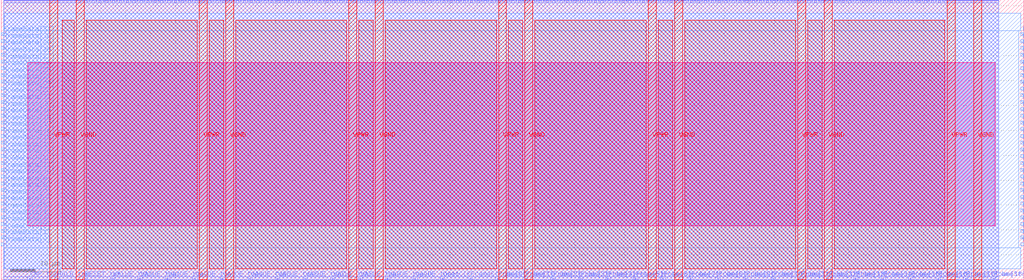
<source format=lef>
VERSION 5.7 ;
  NOWIREEXTENSIONATPIN ON ;
  DIVIDERCHAR "/" ;
  BUSBITCHARS "[]" ;
MACRO S_EF_ADC12
  CLASS BLOCK ;
  FOREIGN S_EF_ADC12 ;
  ORIGIN 0.000 0.000 ;
  SIZE 205.000 BY 56.250 ;
  PIN CMP_top
    DIRECTION INPUT ;
    USE SIGNAL ;
    ANTENNAGATEAREA 0.196500 ;
    PORT
      LAYER met2 ;
        RECT 5.610 0.000 5.890 0.280 ;
    END
  END CMP_top
  PIN Co
    DIRECTION OUTPUT ;
    USE SIGNAL ;
    PORT
      LAYER met2 ;
        RECT 87.950 55.970 88.230 56.250 ;
    END
  END Co
  PIN FrameData[0]
    DIRECTION INPUT ;
    USE SIGNAL ;
    ANTENNAGATEAREA 0.213000 ;
    PORT
      LAYER met3 ;
        RECT 0.000 6.840 0.600 7.440 ;
    END
  END FrameData[0]
  PIN FrameData[10]
    DIRECTION INPUT ;
    USE SIGNAL ;
    ANTENNAGATEAREA 0.196500 ;
    PORT
      LAYER met3 ;
        RECT 0.000 20.440 0.600 21.040 ;
    END
  END FrameData[10]
  PIN FrameData[11]
    DIRECTION INPUT ;
    USE SIGNAL ;
    ANTENNAGATEAREA 0.196500 ;
    PORT
      LAYER met3 ;
        RECT 0.000 21.800 0.600 22.400 ;
    END
  END FrameData[11]
  PIN FrameData[12]
    DIRECTION INPUT ;
    USE SIGNAL ;
    ANTENNAGATEAREA 0.196500 ;
    PORT
      LAYER met3 ;
        RECT 0.000 23.160 0.600 23.760 ;
    END
  END FrameData[12]
  PIN FrameData[13]
    DIRECTION INPUT ;
    USE SIGNAL ;
    ANTENNAGATEAREA 0.196500 ;
    PORT
      LAYER met3 ;
        RECT 0.000 24.520 0.600 25.120 ;
    END
  END FrameData[13]
  PIN FrameData[14]
    DIRECTION INPUT ;
    USE SIGNAL ;
    ANTENNAGATEAREA 0.196500 ;
    PORT
      LAYER met3 ;
        RECT 0.000 25.880 0.600 26.480 ;
    END
  END FrameData[14]
  PIN FrameData[15]
    DIRECTION INPUT ;
    USE SIGNAL ;
    ANTENNAGATEAREA 0.196500 ;
    PORT
      LAYER met3 ;
        RECT 0.000 27.240 0.600 27.840 ;
    END
  END FrameData[15]
  PIN FrameData[16]
    DIRECTION INPUT ;
    USE SIGNAL ;
    ANTENNAGATEAREA 0.196500 ;
    PORT
      LAYER met3 ;
        RECT 0.000 28.600 0.600 29.200 ;
    END
  END FrameData[16]
  PIN FrameData[17]
    DIRECTION INPUT ;
    USE SIGNAL ;
    ANTENNAGATEAREA 0.213000 ;
    PORT
      LAYER met3 ;
        RECT 0.000 29.960 0.600 30.560 ;
    END
  END FrameData[17]
  PIN FrameData[18]
    DIRECTION INPUT ;
    USE SIGNAL ;
    ANTENNAGATEAREA 0.196500 ;
    PORT
      LAYER met3 ;
        RECT 0.000 31.320 0.600 31.920 ;
    END
  END FrameData[18]
  PIN FrameData[19]
    DIRECTION INPUT ;
    USE SIGNAL ;
    ANTENNAGATEAREA 0.196500 ;
    PORT
      LAYER met3 ;
        RECT 0.000 32.680 0.600 33.280 ;
    END
  END FrameData[19]
  PIN FrameData[1]
    DIRECTION INPUT ;
    USE SIGNAL ;
    ANTENNAGATEAREA 0.213000 ;
    PORT
      LAYER met3 ;
        RECT 0.000 8.200 0.600 8.800 ;
    END
  END FrameData[1]
  PIN FrameData[20]
    DIRECTION INPUT ;
    USE SIGNAL ;
    ANTENNAGATEAREA 0.213000 ;
    PORT
      LAYER met3 ;
        RECT 0.000 34.040 0.600 34.640 ;
    END
  END FrameData[20]
  PIN FrameData[21]
    DIRECTION INPUT ;
    USE SIGNAL ;
    ANTENNAGATEAREA 0.213000 ;
    PORT
      LAYER met3 ;
        RECT 0.000 35.400 0.600 36.000 ;
    END
  END FrameData[21]
  PIN FrameData[22]
    DIRECTION INPUT ;
    USE SIGNAL ;
    ANTENNAGATEAREA 0.126000 ;
    PORT
      LAYER met3 ;
        RECT 0.000 36.760 0.600 37.360 ;
    END
  END FrameData[22]
  PIN FrameData[23]
    DIRECTION INPUT ;
    USE SIGNAL ;
    ANTENNAGATEAREA 0.126000 ;
    PORT
      LAYER met3 ;
        RECT 0.000 38.120 0.600 38.720 ;
    END
  END FrameData[23]
  PIN FrameData[24]
    DIRECTION INPUT ;
    USE SIGNAL ;
    ANTENNAGATEAREA 0.126000 ;
    PORT
      LAYER met3 ;
        RECT 0.000 39.480 0.600 40.080 ;
    END
  END FrameData[24]
  PIN FrameData[25]
    DIRECTION INPUT ;
    USE SIGNAL ;
    ANTENNAGATEAREA 0.126000 ;
    PORT
      LAYER met3 ;
        RECT 0.000 40.840 0.600 41.440 ;
    END
  END FrameData[25]
  PIN FrameData[26]
    DIRECTION INPUT ;
    USE SIGNAL ;
    ANTENNAGATEAREA 0.213000 ;
    PORT
      LAYER met3 ;
        RECT 0.000 42.200 0.600 42.800 ;
    END
  END FrameData[26]
  PIN FrameData[27]
    DIRECTION INPUT ;
    USE SIGNAL ;
    ANTENNAGATEAREA 0.213000 ;
    PORT
      LAYER met3 ;
        RECT 0.000 43.560 0.600 44.160 ;
    END
  END FrameData[27]
  PIN FrameData[28]
    DIRECTION INPUT ;
    USE SIGNAL ;
    ANTENNAGATEAREA 0.213000 ;
    PORT
      LAYER met3 ;
        RECT 0.000 44.920 0.600 45.520 ;
    END
  END FrameData[28]
  PIN FrameData[29]
    DIRECTION INPUT ;
    USE SIGNAL ;
    ANTENNAGATEAREA 0.213000 ;
    PORT
      LAYER met3 ;
        RECT 0.000 46.280 0.600 46.880 ;
    END
  END FrameData[29]
  PIN FrameData[2]
    DIRECTION INPUT ;
    USE SIGNAL ;
    ANTENNAGATEAREA 0.196500 ;
    PORT
      LAYER met3 ;
        RECT 0.000 9.560 0.600 10.160 ;
    END
  END FrameData[2]
  PIN FrameData[30]
    DIRECTION INPUT ;
    USE SIGNAL ;
    ANTENNAGATEAREA 0.213000 ;
    PORT
      LAYER met3 ;
        RECT 0.000 47.640 0.600 48.240 ;
    END
  END FrameData[30]
  PIN FrameData[31]
    DIRECTION INPUT ;
    USE SIGNAL ;
    ANTENNAGATEAREA 0.213000 ;
    PORT
      LAYER met3 ;
        RECT 0.000 49.000 0.600 49.600 ;
    END
  END FrameData[31]
  PIN FrameData[3]
    DIRECTION INPUT ;
    USE SIGNAL ;
    ANTENNAGATEAREA 0.196500 ;
    PORT
      LAYER met3 ;
        RECT 0.000 10.920 0.600 11.520 ;
    END
  END FrameData[3]
  PIN FrameData[4]
    DIRECTION INPUT ;
    USE SIGNAL ;
    ANTENNAGATEAREA 0.196500 ;
    PORT
      LAYER met3 ;
        RECT 0.000 12.280 0.600 12.880 ;
    END
  END FrameData[4]
  PIN FrameData[5]
    DIRECTION INPUT ;
    USE SIGNAL ;
    ANTENNAGATEAREA 0.196500 ;
    PORT
      LAYER met3 ;
        RECT 0.000 13.640 0.600 14.240 ;
    END
  END FrameData[5]
  PIN FrameData[6]
    DIRECTION INPUT ;
    USE SIGNAL ;
    ANTENNAGATEAREA 0.196500 ;
    PORT
      LAYER met3 ;
        RECT 0.000 15.000 0.600 15.600 ;
    END
  END FrameData[6]
  PIN FrameData[7]
    DIRECTION INPUT ;
    USE SIGNAL ;
    ANTENNAGATEAREA 0.196500 ;
    PORT
      LAYER met3 ;
        RECT 0.000 16.360 0.600 16.960 ;
    END
  END FrameData[7]
  PIN FrameData[8]
    DIRECTION INPUT ;
    USE SIGNAL ;
    ANTENNAGATEAREA 0.213000 ;
    PORT
      LAYER met3 ;
        RECT 0.000 17.720 0.600 18.320 ;
    END
  END FrameData[8]
  PIN FrameData[9]
    DIRECTION INPUT ;
    USE SIGNAL ;
    ANTENNAGATEAREA 0.126000 ;
    PORT
      LAYER met3 ;
        RECT 0.000 19.080 0.600 19.680 ;
    END
  END FrameData[9]
  PIN FrameData_O[0]
    DIRECTION OUTPUT ;
    USE SIGNAL ;
    ANTENNADIFFAREA 0.445500 ;
    PORT
      LAYER met3 ;
        RECT 204.400 6.840 205.000 7.440 ;
    END
  END FrameData_O[0]
  PIN FrameData_O[10]
    DIRECTION OUTPUT ;
    USE SIGNAL ;
    ANTENNADIFFAREA 0.445500 ;
    PORT
      LAYER met3 ;
        RECT 204.400 20.440 205.000 21.040 ;
    END
  END FrameData_O[10]
  PIN FrameData_O[11]
    DIRECTION OUTPUT ;
    USE SIGNAL ;
    ANTENNADIFFAREA 0.445500 ;
    PORT
      LAYER met3 ;
        RECT 204.400 21.800 205.000 22.400 ;
    END
  END FrameData_O[11]
  PIN FrameData_O[12]
    DIRECTION OUTPUT ;
    USE SIGNAL ;
    ANTENNADIFFAREA 0.445500 ;
    PORT
      LAYER met3 ;
        RECT 204.400 23.160 205.000 23.760 ;
    END
  END FrameData_O[12]
  PIN FrameData_O[13]
    DIRECTION OUTPUT ;
    USE SIGNAL ;
    ANTENNADIFFAREA 0.445500 ;
    PORT
      LAYER met3 ;
        RECT 204.400 24.520 205.000 25.120 ;
    END
  END FrameData_O[13]
  PIN FrameData_O[14]
    DIRECTION OUTPUT ;
    USE SIGNAL ;
    ANTENNADIFFAREA 0.445500 ;
    PORT
      LAYER met3 ;
        RECT 204.400 25.880 205.000 26.480 ;
    END
  END FrameData_O[14]
  PIN FrameData_O[15]
    DIRECTION OUTPUT ;
    USE SIGNAL ;
    ANTENNADIFFAREA 0.445500 ;
    PORT
      LAYER met3 ;
        RECT 204.400 27.240 205.000 27.840 ;
    END
  END FrameData_O[15]
  PIN FrameData_O[16]
    DIRECTION OUTPUT ;
    USE SIGNAL ;
    ANTENNADIFFAREA 0.445500 ;
    PORT
      LAYER met3 ;
        RECT 204.400 28.600 205.000 29.200 ;
    END
  END FrameData_O[16]
  PIN FrameData_O[17]
    DIRECTION OUTPUT ;
    USE SIGNAL ;
    ANTENNADIFFAREA 0.445500 ;
    PORT
      LAYER met3 ;
        RECT 204.400 29.960 205.000 30.560 ;
    END
  END FrameData_O[17]
  PIN FrameData_O[18]
    DIRECTION OUTPUT ;
    USE SIGNAL ;
    ANTENNADIFFAREA 0.445500 ;
    PORT
      LAYER met3 ;
        RECT 204.400 31.320 205.000 31.920 ;
    END
  END FrameData_O[18]
  PIN FrameData_O[19]
    DIRECTION OUTPUT ;
    USE SIGNAL ;
    ANTENNADIFFAREA 0.445500 ;
    PORT
      LAYER met3 ;
        RECT 204.400 32.680 205.000 33.280 ;
    END
  END FrameData_O[19]
  PIN FrameData_O[1]
    DIRECTION OUTPUT ;
    USE SIGNAL ;
    ANTENNADIFFAREA 0.445500 ;
    PORT
      LAYER met3 ;
        RECT 204.400 8.200 205.000 8.800 ;
    END
  END FrameData_O[1]
  PIN FrameData_O[20]
    DIRECTION OUTPUT ;
    USE SIGNAL ;
    ANTENNADIFFAREA 0.445500 ;
    PORT
      LAYER met3 ;
        RECT 204.400 34.040 205.000 34.640 ;
    END
  END FrameData_O[20]
  PIN FrameData_O[21]
    DIRECTION OUTPUT ;
    USE SIGNAL ;
    ANTENNADIFFAREA 0.445500 ;
    PORT
      LAYER met3 ;
        RECT 204.400 35.400 205.000 36.000 ;
    END
  END FrameData_O[21]
  PIN FrameData_O[22]
    DIRECTION OUTPUT ;
    USE SIGNAL ;
    ANTENNADIFFAREA 0.445500 ;
    PORT
      LAYER met3 ;
        RECT 204.400 36.760 205.000 37.360 ;
    END
  END FrameData_O[22]
  PIN FrameData_O[23]
    DIRECTION OUTPUT ;
    USE SIGNAL ;
    ANTENNADIFFAREA 0.445500 ;
    PORT
      LAYER met3 ;
        RECT 204.400 38.120 205.000 38.720 ;
    END
  END FrameData_O[23]
  PIN FrameData_O[24]
    DIRECTION OUTPUT ;
    USE SIGNAL ;
    ANTENNADIFFAREA 0.445500 ;
    PORT
      LAYER met3 ;
        RECT 204.400 39.480 205.000 40.080 ;
    END
  END FrameData_O[24]
  PIN FrameData_O[25]
    DIRECTION OUTPUT ;
    USE SIGNAL ;
    ANTENNADIFFAREA 0.445500 ;
    PORT
      LAYER met3 ;
        RECT 204.400 40.840 205.000 41.440 ;
    END
  END FrameData_O[25]
  PIN FrameData_O[26]
    DIRECTION OUTPUT ;
    USE SIGNAL ;
    ANTENNADIFFAREA 0.445500 ;
    PORT
      LAYER met3 ;
        RECT 204.400 42.200 205.000 42.800 ;
    END
  END FrameData_O[26]
  PIN FrameData_O[27]
    DIRECTION OUTPUT ;
    USE SIGNAL ;
    ANTENNADIFFAREA 0.445500 ;
    PORT
      LAYER met3 ;
        RECT 204.400 43.560 205.000 44.160 ;
    END
  END FrameData_O[27]
  PIN FrameData_O[28]
    DIRECTION OUTPUT ;
    USE SIGNAL ;
    ANTENNADIFFAREA 0.445500 ;
    PORT
      LAYER met3 ;
        RECT 204.400 44.920 205.000 45.520 ;
    END
  END FrameData_O[28]
  PIN FrameData_O[29]
    DIRECTION OUTPUT ;
    USE SIGNAL ;
    ANTENNADIFFAREA 0.445500 ;
    PORT
      LAYER met3 ;
        RECT 204.400 46.280 205.000 46.880 ;
    END
  END FrameData_O[29]
  PIN FrameData_O[2]
    DIRECTION OUTPUT ;
    USE SIGNAL ;
    ANTENNADIFFAREA 0.445500 ;
    PORT
      LAYER met3 ;
        RECT 204.400 9.560 205.000 10.160 ;
    END
  END FrameData_O[2]
  PIN FrameData_O[30]
    DIRECTION OUTPUT ;
    USE SIGNAL ;
    ANTENNADIFFAREA 0.445500 ;
    PORT
      LAYER met3 ;
        RECT 204.400 47.640 205.000 48.240 ;
    END
  END FrameData_O[30]
  PIN FrameData_O[31]
    DIRECTION OUTPUT ;
    USE SIGNAL ;
    ANTENNADIFFAREA 0.445500 ;
    PORT
      LAYER met3 ;
        RECT 204.400 49.000 205.000 49.600 ;
    END
  END FrameData_O[31]
  PIN FrameData_O[3]
    DIRECTION OUTPUT ;
    USE SIGNAL ;
    ANTENNADIFFAREA 0.445500 ;
    PORT
      LAYER met3 ;
        RECT 204.400 10.920 205.000 11.520 ;
    END
  END FrameData_O[3]
  PIN FrameData_O[4]
    DIRECTION OUTPUT ;
    USE SIGNAL ;
    ANTENNADIFFAREA 0.445500 ;
    PORT
      LAYER met3 ;
        RECT 204.400 12.280 205.000 12.880 ;
    END
  END FrameData_O[4]
  PIN FrameData_O[5]
    DIRECTION OUTPUT ;
    USE SIGNAL ;
    ANTENNADIFFAREA 0.445500 ;
    PORT
      LAYER met3 ;
        RECT 204.400 13.640 205.000 14.240 ;
    END
  END FrameData_O[5]
  PIN FrameData_O[6]
    DIRECTION OUTPUT ;
    USE SIGNAL ;
    ANTENNADIFFAREA 0.445500 ;
    PORT
      LAYER met3 ;
        RECT 204.400 15.000 205.000 15.600 ;
    END
  END FrameData_O[6]
  PIN FrameData_O[7]
    DIRECTION OUTPUT ;
    USE SIGNAL ;
    ANTENNADIFFAREA 0.445500 ;
    PORT
      LAYER met3 ;
        RECT 204.400 16.360 205.000 16.960 ;
    END
  END FrameData_O[7]
  PIN FrameData_O[8]
    DIRECTION OUTPUT ;
    USE SIGNAL ;
    ANTENNADIFFAREA 0.445500 ;
    PORT
      LAYER met3 ;
        RECT 204.400 17.720 205.000 18.320 ;
    END
  END FrameData_O[8]
  PIN FrameData_O[9]
    DIRECTION OUTPUT ;
    USE SIGNAL ;
    ANTENNADIFFAREA 0.445500 ;
    PORT
      LAYER met3 ;
        RECT 204.400 19.080 205.000 19.680 ;
    END
  END FrameData_O[9]
  PIN FrameStrobe[0]
    DIRECTION INPUT ;
    USE SIGNAL ;
    ANTENNAGATEAREA 0.568500 ;
    PORT
      LAYER met2 ;
        RECT 93.930 0.000 94.210 0.280 ;
    END
  END FrameStrobe[0]
  PIN FrameStrobe[10]
    DIRECTION INPUT ;
    USE SIGNAL ;
    ANTENNAGATEAREA 0.196500 ;
    PORT
      LAYER met2 ;
        RECT 149.130 0.000 149.410 0.280 ;
    END
  END FrameStrobe[10]
  PIN FrameStrobe[11]
    DIRECTION INPUT ;
    USE SIGNAL ;
    ANTENNAGATEAREA 0.196500 ;
    PORT
      LAYER met2 ;
        RECT 154.650 0.000 154.930 0.280 ;
    END
  END FrameStrobe[11]
  PIN FrameStrobe[12]
    DIRECTION INPUT ;
    USE SIGNAL ;
    ANTENNAGATEAREA 0.196500 ;
    PORT
      LAYER met2 ;
        RECT 160.170 0.000 160.450 0.280 ;
    END
  END FrameStrobe[12]
  PIN FrameStrobe[13]
    DIRECTION INPUT ;
    USE SIGNAL ;
    ANTENNAGATEAREA 0.196500 ;
    PORT
      LAYER met2 ;
        RECT 165.690 0.000 165.970 0.280 ;
    END
  END FrameStrobe[13]
  PIN FrameStrobe[14]
    DIRECTION INPUT ;
    USE SIGNAL ;
    ANTENNAGATEAREA 0.196500 ;
    PORT
      LAYER met2 ;
        RECT 171.210 0.000 171.490 0.280 ;
    END
  END FrameStrobe[14]
  PIN FrameStrobe[15]
    DIRECTION INPUT ;
    USE SIGNAL ;
    ANTENNAGATEAREA 0.196500 ;
    PORT
      LAYER met2 ;
        RECT 176.730 0.000 177.010 0.280 ;
    END
  END FrameStrobe[15]
  PIN FrameStrobe[16]
    DIRECTION INPUT ;
    USE SIGNAL ;
    ANTENNAGATEAREA 0.196500 ;
    PORT
      LAYER met2 ;
        RECT 182.250 0.000 182.530 0.280 ;
    END
  END FrameStrobe[16]
  PIN FrameStrobe[17]
    DIRECTION INPUT ;
    USE SIGNAL ;
    ANTENNAGATEAREA 0.196500 ;
    PORT
      LAYER met2 ;
        RECT 187.770 0.000 188.050 0.280 ;
    END
  END FrameStrobe[17]
  PIN FrameStrobe[18]
    DIRECTION INPUT ;
    USE SIGNAL ;
    ANTENNAGATEAREA 0.196500 ;
    PORT
      LAYER met2 ;
        RECT 193.290 0.000 193.570 0.280 ;
    END
  END FrameStrobe[18]
  PIN FrameStrobe[19]
    DIRECTION INPUT ;
    USE SIGNAL ;
    ANTENNAGATEAREA 0.196500 ;
    PORT
      LAYER met2 ;
        RECT 198.810 0.000 199.090 0.280 ;
    END
  END FrameStrobe[19]
  PIN FrameStrobe[1]
    DIRECTION INPUT ;
    USE SIGNAL ;
    ANTENNAGATEAREA 0.196500 ;
    PORT
      LAYER met2 ;
        RECT 99.450 0.000 99.730 0.280 ;
    END
  END FrameStrobe[1]
  PIN FrameStrobe[2]
    DIRECTION INPUT ;
    USE SIGNAL ;
    ANTENNAGATEAREA 0.196500 ;
    PORT
      LAYER met2 ;
        RECT 104.970 0.000 105.250 0.280 ;
    END
  END FrameStrobe[2]
  PIN FrameStrobe[3]
    DIRECTION INPUT ;
    USE SIGNAL ;
    ANTENNAGATEAREA 0.196500 ;
    PORT
      LAYER met2 ;
        RECT 110.490 0.000 110.770 0.280 ;
    END
  END FrameStrobe[3]
  PIN FrameStrobe[4]
    DIRECTION INPUT ;
    USE SIGNAL ;
    ANTENNAGATEAREA 0.196500 ;
    PORT
      LAYER met2 ;
        RECT 116.010 0.000 116.290 0.280 ;
    END
  END FrameStrobe[4]
  PIN FrameStrobe[5]
    DIRECTION INPUT ;
    USE SIGNAL ;
    ANTENNAGATEAREA 0.196500 ;
    PORT
      LAYER met2 ;
        RECT 121.530 0.000 121.810 0.280 ;
    END
  END FrameStrobe[5]
  PIN FrameStrobe[6]
    DIRECTION INPUT ;
    USE SIGNAL ;
    ANTENNAGATEAREA 0.196500 ;
    PORT
      LAYER met2 ;
        RECT 127.050 0.000 127.330 0.280 ;
    END
  END FrameStrobe[6]
  PIN FrameStrobe[7]
    DIRECTION INPUT ;
    USE SIGNAL ;
    ANTENNAGATEAREA 0.196500 ;
    PORT
      LAYER met2 ;
        RECT 132.570 0.000 132.850 0.280 ;
    END
  END FrameStrobe[7]
  PIN FrameStrobe[8]
    DIRECTION INPUT ;
    USE SIGNAL ;
    ANTENNAGATEAREA 0.196500 ;
    PORT
      LAYER met2 ;
        RECT 138.090 0.000 138.370 0.280 ;
    END
  END FrameStrobe[8]
  PIN FrameStrobe[9]
    DIRECTION INPUT ;
    USE SIGNAL ;
    ANTENNAGATEAREA 0.631200 ;
    ANTENNADIFFAREA 0.434700 ;
    PORT
      LAYER met2 ;
        RECT 143.610 0.000 143.890 0.280 ;
    END
  END FrameStrobe[9]
  PIN FrameStrobe_O[0]
    DIRECTION OUTPUT ;
    USE SIGNAL ;
    ANTENNADIFFAREA 0.445500 ;
    PORT
      LAYER met2 ;
        RECT 162.470 55.970 162.750 56.250 ;
    END
  END FrameStrobe_O[0]
  PIN FrameStrobe_O[10]
    DIRECTION OUTPUT ;
    USE SIGNAL ;
    ANTENNADIFFAREA 0.445500 ;
    PORT
      LAYER met2 ;
        RECT 176.270 55.970 176.550 56.250 ;
    END
  END FrameStrobe_O[10]
  PIN FrameStrobe_O[11]
    DIRECTION OUTPUT ;
    USE SIGNAL ;
    ANTENNADIFFAREA 0.445500 ;
    PORT
      LAYER met2 ;
        RECT 177.650 55.970 177.930 56.250 ;
    END
  END FrameStrobe_O[11]
  PIN FrameStrobe_O[12]
    DIRECTION OUTPUT ;
    USE SIGNAL ;
    ANTENNADIFFAREA 0.445500 ;
    PORT
      LAYER met2 ;
        RECT 179.030 55.970 179.310 56.250 ;
    END
  END FrameStrobe_O[12]
  PIN FrameStrobe_O[13]
    DIRECTION OUTPUT ;
    USE SIGNAL ;
    ANTENNADIFFAREA 0.445500 ;
    PORT
      LAYER met2 ;
        RECT 180.410 55.970 180.690 56.250 ;
    END
  END FrameStrobe_O[13]
  PIN FrameStrobe_O[14]
    DIRECTION OUTPUT ;
    USE SIGNAL ;
    ANTENNADIFFAREA 0.445500 ;
    PORT
      LAYER met2 ;
        RECT 181.790 55.970 182.070 56.250 ;
    END
  END FrameStrobe_O[14]
  PIN FrameStrobe_O[15]
    DIRECTION OUTPUT ;
    USE SIGNAL ;
    ANTENNADIFFAREA 0.445500 ;
    PORT
      LAYER met2 ;
        RECT 183.170 55.970 183.450 56.250 ;
    END
  END FrameStrobe_O[15]
  PIN FrameStrobe_O[16]
    DIRECTION OUTPUT ;
    USE SIGNAL ;
    ANTENNADIFFAREA 0.445500 ;
    PORT
      LAYER met2 ;
        RECT 184.550 55.970 184.830 56.250 ;
    END
  END FrameStrobe_O[16]
  PIN FrameStrobe_O[17]
    DIRECTION OUTPUT ;
    USE SIGNAL ;
    ANTENNADIFFAREA 0.445500 ;
    PORT
      LAYER met2 ;
        RECT 185.930 55.970 186.210 56.250 ;
    END
  END FrameStrobe_O[17]
  PIN FrameStrobe_O[18]
    DIRECTION OUTPUT ;
    USE SIGNAL ;
    ANTENNADIFFAREA 0.445500 ;
    PORT
      LAYER met2 ;
        RECT 187.310 55.970 187.590 56.250 ;
    END
  END FrameStrobe_O[18]
  PIN FrameStrobe_O[19]
    DIRECTION OUTPUT ;
    USE SIGNAL ;
    ANTENNADIFFAREA 0.445500 ;
    PORT
      LAYER met2 ;
        RECT 188.690 55.970 188.970 56.250 ;
    END
  END FrameStrobe_O[19]
  PIN FrameStrobe_O[1]
    DIRECTION OUTPUT ;
    USE SIGNAL ;
    ANTENNADIFFAREA 0.445500 ;
    PORT
      LAYER met2 ;
        RECT 163.850 55.970 164.130 56.250 ;
    END
  END FrameStrobe_O[1]
  PIN FrameStrobe_O[2]
    DIRECTION OUTPUT ;
    USE SIGNAL ;
    ANTENNADIFFAREA 0.445500 ;
    PORT
      LAYER met2 ;
        RECT 165.230 55.970 165.510 56.250 ;
    END
  END FrameStrobe_O[2]
  PIN FrameStrobe_O[3]
    DIRECTION OUTPUT ;
    USE SIGNAL ;
    ANTENNADIFFAREA 0.445500 ;
    PORT
      LAYER met2 ;
        RECT 166.610 55.970 166.890 56.250 ;
    END
  END FrameStrobe_O[3]
  PIN FrameStrobe_O[4]
    DIRECTION OUTPUT ;
    USE SIGNAL ;
    ANTENNADIFFAREA 0.445500 ;
    PORT
      LAYER met2 ;
        RECT 167.990 55.970 168.270 56.250 ;
    END
  END FrameStrobe_O[4]
  PIN FrameStrobe_O[5]
    DIRECTION OUTPUT ;
    USE SIGNAL ;
    ANTENNADIFFAREA 0.445500 ;
    PORT
      LAYER met2 ;
        RECT 169.370 55.970 169.650 56.250 ;
    END
  END FrameStrobe_O[5]
  PIN FrameStrobe_O[6]
    DIRECTION OUTPUT ;
    USE SIGNAL ;
    ANTENNADIFFAREA 0.445500 ;
    PORT
      LAYER met2 ;
        RECT 170.750 55.970 171.030 56.250 ;
    END
  END FrameStrobe_O[6]
  PIN FrameStrobe_O[7]
    DIRECTION OUTPUT ;
    USE SIGNAL ;
    ANTENNADIFFAREA 0.445500 ;
    PORT
      LAYER met2 ;
        RECT 172.130 55.970 172.410 56.250 ;
    END
  END FrameStrobe_O[7]
  PIN FrameStrobe_O[8]
    DIRECTION OUTPUT ;
    USE SIGNAL ;
    ANTENNADIFFAREA 0.445500 ;
    PORT
      LAYER met2 ;
        RECT 173.510 55.970 173.790 56.250 ;
    END
  END FrameStrobe_O[8]
  PIN FrameStrobe_O[9]
    DIRECTION OUTPUT ;
    USE SIGNAL ;
    ANTENNADIFFAREA 0.445500 ;
    PORT
      LAYER met2 ;
        RECT 174.890 55.970 175.170 56.250 ;
    END
  END FrameStrobe_O[9]
  PIN HOLD_top
    DIRECTION OUTPUT ;
    USE SIGNAL ;
    ANTENNADIFFAREA 0.445500 ;
    PORT
      LAYER met2 ;
        RECT 11.130 0.000 11.410 0.280 ;
    END
  END HOLD_top
  PIN N1BEG[0]
    DIRECTION OUTPUT ;
    USE SIGNAL ;
    ANTENNADIFFAREA 0.445500 ;
    PORT
      LAYER met2 ;
        RECT 16.190 55.970 16.470 56.250 ;
    END
  END N1BEG[0]
  PIN N1BEG[1]
    DIRECTION OUTPUT ;
    USE SIGNAL ;
    ANTENNADIFFAREA 0.445500 ;
    PORT
      LAYER met2 ;
        RECT 17.570 55.970 17.850 56.250 ;
    END
  END N1BEG[1]
  PIN N1BEG[2]
    DIRECTION OUTPUT ;
    USE SIGNAL ;
    ANTENNADIFFAREA 0.445500 ;
    PORT
      LAYER met2 ;
        RECT 18.950 55.970 19.230 56.250 ;
    END
  END N1BEG[2]
  PIN N1BEG[3]
    DIRECTION OUTPUT ;
    USE SIGNAL ;
    ANTENNADIFFAREA 0.445500 ;
    PORT
      LAYER met2 ;
        RECT 20.330 55.970 20.610 56.250 ;
    END
  END N1BEG[3]
  PIN N2BEG[0]
    DIRECTION OUTPUT ;
    USE SIGNAL ;
    ANTENNADIFFAREA 0.445500 ;
    PORT
      LAYER met2 ;
        RECT 21.710 55.970 21.990 56.250 ;
    END
  END N2BEG[0]
  PIN N2BEG[1]
    DIRECTION OUTPUT ;
    USE SIGNAL ;
    ANTENNADIFFAREA 0.445500 ;
    PORT
      LAYER met2 ;
        RECT 23.090 55.970 23.370 56.250 ;
    END
  END N2BEG[1]
  PIN N2BEG[2]
    DIRECTION OUTPUT ;
    USE SIGNAL ;
    ANTENNADIFFAREA 0.445500 ;
    PORT
      LAYER met2 ;
        RECT 24.470 55.970 24.750 56.250 ;
    END
  END N2BEG[2]
  PIN N2BEG[3]
    DIRECTION OUTPUT ;
    USE SIGNAL ;
    ANTENNADIFFAREA 0.445500 ;
    PORT
      LAYER met2 ;
        RECT 25.850 55.970 26.130 56.250 ;
    END
  END N2BEG[3]
  PIN N2BEG[4]
    DIRECTION OUTPUT ;
    USE SIGNAL ;
    ANTENNADIFFAREA 0.445500 ;
    PORT
      LAYER met2 ;
        RECT 27.230 55.970 27.510 56.250 ;
    END
  END N2BEG[4]
  PIN N2BEG[5]
    DIRECTION OUTPUT ;
    USE SIGNAL ;
    ANTENNADIFFAREA 0.445500 ;
    PORT
      LAYER met2 ;
        RECT 28.610 55.970 28.890 56.250 ;
    END
  END N2BEG[5]
  PIN N2BEG[6]
    DIRECTION OUTPUT ;
    USE SIGNAL ;
    ANTENNADIFFAREA 0.445500 ;
    PORT
      LAYER met2 ;
        RECT 29.990 55.970 30.270 56.250 ;
    END
  END N2BEG[6]
  PIN N2BEG[7]
    DIRECTION OUTPUT ;
    USE SIGNAL ;
    ANTENNADIFFAREA 0.445500 ;
    PORT
      LAYER met2 ;
        RECT 31.370 55.970 31.650 56.250 ;
    END
  END N2BEG[7]
  PIN N2BEGb[0]
    DIRECTION OUTPUT ;
    USE SIGNAL ;
    ANTENNADIFFAREA 0.445500 ;
    PORT
      LAYER met2 ;
        RECT 32.750 55.970 33.030 56.250 ;
    END
  END N2BEGb[0]
  PIN N2BEGb[1]
    DIRECTION OUTPUT ;
    USE SIGNAL ;
    ANTENNADIFFAREA 0.445500 ;
    PORT
      LAYER met2 ;
        RECT 34.130 55.970 34.410 56.250 ;
    END
  END N2BEGb[1]
  PIN N2BEGb[2]
    DIRECTION OUTPUT ;
    USE SIGNAL ;
    ANTENNADIFFAREA 0.445500 ;
    PORT
      LAYER met2 ;
        RECT 35.510 55.970 35.790 56.250 ;
    END
  END N2BEGb[2]
  PIN N2BEGb[3]
    DIRECTION OUTPUT ;
    USE SIGNAL ;
    ANTENNADIFFAREA 0.445500 ;
    PORT
      LAYER met2 ;
        RECT 36.890 55.970 37.170 56.250 ;
    END
  END N2BEGb[3]
  PIN N2BEGb[4]
    DIRECTION OUTPUT ;
    USE SIGNAL ;
    ANTENNADIFFAREA 0.445500 ;
    PORT
      LAYER met2 ;
        RECT 38.270 55.970 38.550 56.250 ;
    END
  END N2BEGb[4]
  PIN N2BEGb[5]
    DIRECTION OUTPUT ;
    USE SIGNAL ;
    ANTENNADIFFAREA 0.445500 ;
    PORT
      LAYER met2 ;
        RECT 39.650 55.970 39.930 56.250 ;
    END
  END N2BEGb[5]
  PIN N2BEGb[6]
    DIRECTION OUTPUT ;
    USE SIGNAL ;
    ANTENNADIFFAREA 0.445500 ;
    PORT
      LAYER met2 ;
        RECT 41.030 55.970 41.310 56.250 ;
    END
  END N2BEGb[6]
  PIN N2BEGb[7]
    DIRECTION OUTPUT ;
    USE SIGNAL ;
    ANTENNADIFFAREA 0.445500 ;
    PORT
      LAYER met2 ;
        RECT 42.410 55.970 42.690 56.250 ;
    END
  END N2BEGb[7]
  PIN N4BEG[0]
    DIRECTION OUTPUT ;
    USE SIGNAL ;
    ANTENNADIFFAREA 0.445500 ;
    PORT
      LAYER met2 ;
        RECT 43.790 55.970 44.070 56.250 ;
    END
  END N4BEG[0]
  PIN N4BEG[10]
    DIRECTION OUTPUT ;
    USE SIGNAL ;
    ANTENNADIFFAREA 0.445500 ;
    PORT
      LAYER met2 ;
        RECT 57.590 55.970 57.870 56.250 ;
    END
  END N4BEG[10]
  PIN N4BEG[11]
    DIRECTION OUTPUT ;
    USE SIGNAL ;
    ANTENNADIFFAREA 0.445500 ;
    PORT
      LAYER met2 ;
        RECT 58.970 55.970 59.250 56.250 ;
    END
  END N4BEG[11]
  PIN N4BEG[12]
    DIRECTION OUTPUT ;
    USE SIGNAL ;
    ANTENNADIFFAREA 0.445500 ;
    PORT
      LAYER met2 ;
        RECT 60.350 55.970 60.630 56.250 ;
    END
  END N4BEG[12]
  PIN N4BEG[13]
    DIRECTION OUTPUT ;
    USE SIGNAL ;
    ANTENNADIFFAREA 0.445500 ;
    PORT
      LAYER met2 ;
        RECT 61.730 55.970 62.010 56.250 ;
    END
  END N4BEG[13]
  PIN N4BEG[14]
    DIRECTION OUTPUT ;
    USE SIGNAL ;
    ANTENNADIFFAREA 0.445500 ;
    PORT
      LAYER met2 ;
        RECT 63.110 55.970 63.390 56.250 ;
    END
  END N4BEG[14]
  PIN N4BEG[15]
    DIRECTION OUTPUT ;
    USE SIGNAL ;
    ANTENNADIFFAREA 0.445500 ;
    PORT
      LAYER met2 ;
        RECT 64.490 55.970 64.770 56.250 ;
    END
  END N4BEG[15]
  PIN N4BEG[1]
    DIRECTION OUTPUT ;
    USE SIGNAL ;
    ANTENNADIFFAREA 0.445500 ;
    PORT
      LAYER met2 ;
        RECT 45.170 55.970 45.450 56.250 ;
    END
  END N4BEG[1]
  PIN N4BEG[2]
    DIRECTION OUTPUT ;
    USE SIGNAL ;
    ANTENNADIFFAREA 0.445500 ;
    PORT
      LAYER met2 ;
        RECT 46.550 55.970 46.830 56.250 ;
    END
  END N4BEG[2]
  PIN N4BEG[3]
    DIRECTION OUTPUT ;
    USE SIGNAL ;
    ANTENNADIFFAREA 0.445500 ;
    PORT
      LAYER met2 ;
        RECT 47.930 55.970 48.210 56.250 ;
    END
  END N4BEG[3]
  PIN N4BEG[4]
    DIRECTION OUTPUT ;
    USE SIGNAL ;
    ANTENNADIFFAREA 0.445500 ;
    PORT
      LAYER met2 ;
        RECT 49.310 55.970 49.590 56.250 ;
    END
  END N4BEG[4]
  PIN N4BEG[5]
    DIRECTION OUTPUT ;
    USE SIGNAL ;
    ANTENNADIFFAREA 0.445500 ;
    PORT
      LAYER met2 ;
        RECT 50.690 55.970 50.970 56.250 ;
    END
  END N4BEG[5]
  PIN N4BEG[6]
    DIRECTION OUTPUT ;
    USE SIGNAL ;
    ANTENNADIFFAREA 0.445500 ;
    PORT
      LAYER met2 ;
        RECT 52.070 55.970 52.350 56.250 ;
    END
  END N4BEG[6]
  PIN N4BEG[7]
    DIRECTION OUTPUT ;
    USE SIGNAL ;
    ANTENNADIFFAREA 0.445500 ;
    PORT
      LAYER met2 ;
        RECT 53.450 55.970 53.730 56.250 ;
    END
  END N4BEG[7]
  PIN N4BEG[8]
    DIRECTION OUTPUT ;
    USE SIGNAL ;
    ANTENNADIFFAREA 0.445500 ;
    PORT
      LAYER met2 ;
        RECT 54.830 55.970 55.110 56.250 ;
    END
  END N4BEG[8]
  PIN N4BEG[9]
    DIRECTION OUTPUT ;
    USE SIGNAL ;
    ANTENNADIFFAREA 0.445500 ;
    PORT
      LAYER met2 ;
        RECT 56.210 55.970 56.490 56.250 ;
    END
  END N4BEG[9]
  PIN NN4BEG[0]
    DIRECTION OUTPUT ;
    USE SIGNAL ;
    ANTENNADIFFAREA 0.445500 ;
    PORT
      LAYER met2 ;
        RECT 65.870 55.970 66.150 56.250 ;
    END
  END NN4BEG[0]
  PIN NN4BEG[10]
    DIRECTION OUTPUT ;
    USE SIGNAL ;
    ANTENNADIFFAREA 0.445500 ;
    PORT
      LAYER met2 ;
        RECT 79.670 55.970 79.950 56.250 ;
    END
  END NN4BEG[10]
  PIN NN4BEG[11]
    DIRECTION OUTPUT ;
    USE SIGNAL ;
    ANTENNADIFFAREA 0.445500 ;
    PORT
      LAYER met2 ;
        RECT 81.050 55.970 81.330 56.250 ;
    END
  END NN4BEG[11]
  PIN NN4BEG[12]
    DIRECTION OUTPUT ;
    USE SIGNAL ;
    ANTENNADIFFAREA 0.445500 ;
    PORT
      LAYER met2 ;
        RECT 82.430 55.970 82.710 56.250 ;
    END
  END NN4BEG[12]
  PIN NN4BEG[13]
    DIRECTION OUTPUT ;
    USE SIGNAL ;
    ANTENNADIFFAREA 0.445500 ;
    PORT
      LAYER met2 ;
        RECT 83.810 55.970 84.090 56.250 ;
    END
  END NN4BEG[13]
  PIN NN4BEG[14]
    DIRECTION OUTPUT ;
    USE SIGNAL ;
    ANTENNADIFFAREA 0.445500 ;
    PORT
      LAYER met2 ;
        RECT 85.190 55.970 85.470 56.250 ;
    END
  END NN4BEG[14]
  PIN NN4BEG[15]
    DIRECTION OUTPUT ;
    USE SIGNAL ;
    ANTENNADIFFAREA 0.445500 ;
    PORT
      LAYER met2 ;
        RECT 86.570 55.970 86.850 56.250 ;
    END
  END NN4BEG[15]
  PIN NN4BEG[1]
    DIRECTION OUTPUT ;
    USE SIGNAL ;
    ANTENNADIFFAREA 0.445500 ;
    PORT
      LAYER met2 ;
        RECT 67.250 55.970 67.530 56.250 ;
    END
  END NN4BEG[1]
  PIN NN4BEG[2]
    DIRECTION OUTPUT ;
    USE SIGNAL ;
    ANTENNADIFFAREA 0.445500 ;
    PORT
      LAYER met2 ;
        RECT 68.630 55.970 68.910 56.250 ;
    END
  END NN4BEG[2]
  PIN NN4BEG[3]
    DIRECTION OUTPUT ;
    USE SIGNAL ;
    ANTENNADIFFAREA 0.445500 ;
    PORT
      LAYER met2 ;
        RECT 70.010 55.970 70.290 56.250 ;
    END
  END NN4BEG[3]
  PIN NN4BEG[4]
    DIRECTION OUTPUT ;
    USE SIGNAL ;
    ANTENNADIFFAREA 0.445500 ;
    PORT
      LAYER met2 ;
        RECT 71.390 55.970 71.670 56.250 ;
    END
  END NN4BEG[4]
  PIN NN4BEG[5]
    DIRECTION OUTPUT ;
    USE SIGNAL ;
    ANTENNADIFFAREA 0.445500 ;
    PORT
      LAYER met2 ;
        RECT 72.770 55.970 73.050 56.250 ;
    END
  END NN4BEG[5]
  PIN NN4BEG[6]
    DIRECTION OUTPUT ;
    USE SIGNAL ;
    ANTENNADIFFAREA 0.445500 ;
    PORT
      LAYER met2 ;
        RECT 74.150 55.970 74.430 56.250 ;
    END
  END NN4BEG[6]
  PIN NN4BEG[7]
    DIRECTION OUTPUT ;
    USE SIGNAL ;
    ANTENNADIFFAREA 0.445500 ;
    PORT
      LAYER met2 ;
        RECT 75.530 55.970 75.810 56.250 ;
    END
  END NN4BEG[7]
  PIN NN4BEG[8]
    DIRECTION OUTPUT ;
    USE SIGNAL ;
    ANTENNADIFFAREA 0.445500 ;
    PORT
      LAYER met2 ;
        RECT 76.910 55.970 77.190 56.250 ;
    END
  END NN4BEG[8]
  PIN NN4BEG[9]
    DIRECTION OUTPUT ;
    USE SIGNAL ;
    ANTENNADIFFAREA 0.445500 ;
    PORT
      LAYER met2 ;
        RECT 78.290 55.970 78.570 56.250 ;
    END
  END NN4BEG[9]
  PIN RESET_top
    DIRECTION OUTPUT ;
    USE SIGNAL ;
    ANTENNADIFFAREA 0.445500 ;
    PORT
      LAYER met2 ;
        RECT 16.650 0.000 16.930 0.280 ;
    END
  END RESET_top
  PIN S1END[0]
    DIRECTION INPUT ;
    USE SIGNAL ;
    ANTENNAGATEAREA 0.196500 ;
    PORT
      LAYER met2 ;
        RECT 89.330 55.970 89.610 56.250 ;
    END
  END S1END[0]
  PIN S1END[1]
    DIRECTION INPUT ;
    USE SIGNAL ;
    ANTENNAGATEAREA 0.196500 ;
    PORT
      LAYER met2 ;
        RECT 90.710 55.970 90.990 56.250 ;
    END
  END S1END[1]
  PIN S1END[2]
    DIRECTION INPUT ;
    USE SIGNAL ;
    ANTENNAGATEAREA 0.196500 ;
    PORT
      LAYER met2 ;
        RECT 92.090 55.970 92.370 56.250 ;
    END
  END S1END[2]
  PIN S1END[3]
    DIRECTION INPUT ;
    USE SIGNAL ;
    ANTENNAGATEAREA 0.196500 ;
    PORT
      LAYER met2 ;
        RECT 93.470 55.970 93.750 56.250 ;
    END
  END S1END[3]
  PIN S2END[0]
    DIRECTION INPUT ;
    USE SIGNAL ;
    ANTENNAGATEAREA 0.196500 ;
    PORT
      LAYER met2 ;
        RECT 105.890 55.970 106.170 56.250 ;
    END
  END S2END[0]
  PIN S2END[1]
    DIRECTION INPUT ;
    USE SIGNAL ;
    ANTENNAGATEAREA 0.196500 ;
    PORT
      LAYER met2 ;
        RECT 107.270 55.970 107.550 56.250 ;
    END
  END S2END[1]
  PIN S2END[2]
    DIRECTION INPUT ;
    USE SIGNAL ;
    ANTENNAGATEAREA 0.196500 ;
    PORT
      LAYER met2 ;
        RECT 108.650 55.970 108.930 56.250 ;
    END
  END S2END[2]
  PIN S2END[3]
    DIRECTION INPUT ;
    USE SIGNAL ;
    ANTENNAGATEAREA 0.196500 ;
    PORT
      LAYER met2 ;
        RECT 110.030 55.970 110.310 56.250 ;
    END
  END S2END[3]
  PIN S2END[4]
    DIRECTION INPUT ;
    USE SIGNAL ;
    ANTENNAGATEAREA 0.196500 ;
    PORT
      LAYER met2 ;
        RECT 111.410 55.970 111.690 56.250 ;
    END
  END S2END[4]
  PIN S2END[5]
    DIRECTION INPUT ;
    USE SIGNAL ;
    ANTENNAGATEAREA 0.196500 ;
    PORT
      LAYER met2 ;
        RECT 112.790 55.970 113.070 56.250 ;
    END
  END S2END[5]
  PIN S2END[6]
    DIRECTION INPUT ;
    USE SIGNAL ;
    ANTENNAGATEAREA 0.196500 ;
    PORT
      LAYER met2 ;
        RECT 114.170 55.970 114.450 56.250 ;
    END
  END S2END[6]
  PIN S2END[7]
    DIRECTION INPUT ;
    USE SIGNAL ;
    ANTENNAGATEAREA 0.196500 ;
    PORT
      LAYER met2 ;
        RECT 115.550 55.970 115.830 56.250 ;
    END
  END S2END[7]
  PIN S2MID[0]
    DIRECTION INPUT ;
    USE SIGNAL ;
    ANTENNAGATEAREA 0.196500 ;
    PORT
      LAYER met2 ;
        RECT 94.850 55.970 95.130 56.250 ;
    END
  END S2MID[0]
  PIN S2MID[1]
    DIRECTION INPUT ;
    USE SIGNAL ;
    ANTENNAGATEAREA 0.196500 ;
    PORT
      LAYER met2 ;
        RECT 96.230 55.970 96.510 56.250 ;
    END
  END S2MID[1]
  PIN S2MID[2]
    DIRECTION INPUT ;
    USE SIGNAL ;
    ANTENNAGATEAREA 0.196500 ;
    PORT
      LAYER met2 ;
        RECT 97.610 55.970 97.890 56.250 ;
    END
  END S2MID[2]
  PIN S2MID[3]
    DIRECTION INPUT ;
    USE SIGNAL ;
    ANTENNAGATEAREA 0.196500 ;
    PORT
      LAYER met2 ;
        RECT 98.990 55.970 99.270 56.250 ;
    END
  END S2MID[3]
  PIN S2MID[4]
    DIRECTION INPUT ;
    USE SIGNAL ;
    ANTENNAGATEAREA 0.196500 ;
    PORT
      LAYER met2 ;
        RECT 100.370 55.970 100.650 56.250 ;
    END
  END S2MID[4]
  PIN S2MID[5]
    DIRECTION INPUT ;
    USE SIGNAL ;
    ANTENNAGATEAREA 0.196500 ;
    PORT
      LAYER met2 ;
        RECT 101.750 55.970 102.030 56.250 ;
    END
  END S2MID[5]
  PIN S2MID[6]
    DIRECTION INPUT ;
    USE SIGNAL ;
    ANTENNAGATEAREA 0.196500 ;
    PORT
      LAYER met2 ;
        RECT 103.130 55.970 103.410 56.250 ;
    END
  END S2MID[6]
  PIN S2MID[7]
    DIRECTION INPUT ;
    USE SIGNAL ;
    ANTENNAGATEAREA 0.196500 ;
    PORT
      LAYER met2 ;
        RECT 104.510 55.970 104.790 56.250 ;
    END
  END S2MID[7]
  PIN S4END[0]
    DIRECTION INPUT ;
    USE SIGNAL ;
    ANTENNAGATEAREA 0.196500 ;
    PORT
      LAYER met2 ;
        RECT 116.930 55.970 117.210 56.250 ;
    END
  END S4END[0]
  PIN S4END[10]
    DIRECTION INPUT ;
    USE SIGNAL ;
    ANTENNAGATEAREA 0.196500 ;
    PORT
      LAYER met2 ;
        RECT 130.730 55.970 131.010 56.250 ;
    END
  END S4END[10]
  PIN S4END[11]
    DIRECTION INPUT ;
    USE SIGNAL ;
    ANTENNAGATEAREA 0.196500 ;
    PORT
      LAYER met2 ;
        RECT 132.110 55.970 132.390 56.250 ;
    END
  END S4END[11]
  PIN S4END[12]
    DIRECTION INPUT ;
    USE SIGNAL ;
    ANTENNAGATEAREA 0.196500 ;
    PORT
      LAYER met2 ;
        RECT 133.490 55.970 133.770 56.250 ;
    END
  END S4END[12]
  PIN S4END[13]
    DIRECTION INPUT ;
    USE SIGNAL ;
    ANTENNAGATEAREA 0.196500 ;
    PORT
      LAYER met2 ;
        RECT 134.870 55.970 135.150 56.250 ;
    END
  END S4END[13]
  PIN S4END[14]
    DIRECTION INPUT ;
    USE SIGNAL ;
    ANTENNAGATEAREA 0.196500 ;
    PORT
      LAYER met2 ;
        RECT 136.250 55.970 136.530 56.250 ;
    END
  END S4END[14]
  PIN S4END[15]
    DIRECTION INPUT ;
    USE SIGNAL ;
    ANTENNAGATEAREA 0.196500 ;
    PORT
      LAYER met2 ;
        RECT 137.630 55.970 137.910 56.250 ;
    END
  END S4END[15]
  PIN S4END[1]
    DIRECTION INPUT ;
    USE SIGNAL ;
    ANTENNAGATEAREA 0.196500 ;
    PORT
      LAYER met2 ;
        RECT 118.310 55.970 118.590 56.250 ;
    END
  END S4END[1]
  PIN S4END[2]
    DIRECTION INPUT ;
    USE SIGNAL ;
    ANTENNAGATEAREA 0.196500 ;
    PORT
      LAYER met2 ;
        RECT 119.690 55.970 119.970 56.250 ;
    END
  END S4END[2]
  PIN S4END[3]
    DIRECTION INPUT ;
    USE SIGNAL ;
    ANTENNAGATEAREA 0.196500 ;
    PORT
      LAYER met2 ;
        RECT 121.070 55.970 121.350 56.250 ;
    END
  END S4END[3]
  PIN S4END[4]
    DIRECTION INPUT ;
    USE SIGNAL ;
    ANTENNAGATEAREA 0.196500 ;
    PORT
      LAYER met2 ;
        RECT 122.450 55.970 122.730 56.250 ;
    END
  END S4END[4]
  PIN S4END[5]
    DIRECTION INPUT ;
    USE SIGNAL ;
    ANTENNAGATEAREA 0.196500 ;
    PORT
      LAYER met2 ;
        RECT 123.830 55.970 124.110 56.250 ;
    END
  END S4END[5]
  PIN S4END[6]
    DIRECTION INPUT ;
    USE SIGNAL ;
    ANTENNAGATEAREA 0.196500 ;
    PORT
      LAYER met2 ;
        RECT 125.210 55.970 125.490 56.250 ;
    END
  END S4END[6]
  PIN S4END[7]
    DIRECTION INPUT ;
    USE SIGNAL ;
    ANTENNAGATEAREA 0.196500 ;
    PORT
      LAYER met2 ;
        RECT 126.590 55.970 126.870 56.250 ;
    END
  END S4END[7]
  PIN S4END[8]
    DIRECTION INPUT ;
    USE SIGNAL ;
    ANTENNAGATEAREA 0.196500 ;
    PORT
      LAYER met2 ;
        RECT 127.970 55.970 128.250 56.250 ;
    END
  END S4END[8]
  PIN S4END[9]
    DIRECTION INPUT ;
    USE SIGNAL ;
    ANTENNAGATEAREA 0.196500 ;
    PORT
      LAYER met2 ;
        RECT 129.350 55.970 129.630 56.250 ;
    END
  END S4END[9]
  PIN SS4END[0]
    DIRECTION INPUT ;
    USE SIGNAL ;
    ANTENNAGATEAREA 0.196500 ;
    PORT
      LAYER met2 ;
        RECT 139.010 55.970 139.290 56.250 ;
    END
  END SS4END[0]
  PIN SS4END[10]
    DIRECTION INPUT ;
    USE SIGNAL ;
    ANTENNAGATEAREA 0.196500 ;
    PORT
      LAYER met2 ;
        RECT 152.810 55.970 153.090 56.250 ;
    END
  END SS4END[10]
  PIN SS4END[11]
    DIRECTION INPUT ;
    USE SIGNAL ;
    ANTENNAGATEAREA 0.196500 ;
    PORT
      LAYER met2 ;
        RECT 154.190 55.970 154.470 56.250 ;
    END
  END SS4END[11]
  PIN SS4END[12]
    DIRECTION INPUT ;
    USE SIGNAL ;
    ANTENNAGATEAREA 0.196500 ;
    PORT
      LAYER met2 ;
        RECT 155.570 55.970 155.850 56.250 ;
    END
  END SS4END[12]
  PIN SS4END[13]
    DIRECTION INPUT ;
    USE SIGNAL ;
    ANTENNAGATEAREA 0.196500 ;
    PORT
      LAYER met2 ;
        RECT 156.950 55.970 157.230 56.250 ;
    END
  END SS4END[13]
  PIN SS4END[14]
    DIRECTION INPUT ;
    USE SIGNAL ;
    ANTENNAGATEAREA 0.196500 ;
    PORT
      LAYER met2 ;
        RECT 158.330 55.970 158.610 56.250 ;
    END
  END SS4END[14]
  PIN SS4END[15]
    DIRECTION INPUT ;
    USE SIGNAL ;
    ANTENNAGATEAREA 0.196500 ;
    PORT
      LAYER met2 ;
        RECT 159.710 55.970 159.990 56.250 ;
    END
  END SS4END[15]
  PIN SS4END[1]
    DIRECTION INPUT ;
    USE SIGNAL ;
    ANTENNAGATEAREA 0.196500 ;
    PORT
      LAYER met2 ;
        RECT 140.390 55.970 140.670 56.250 ;
    END
  END SS4END[1]
  PIN SS4END[2]
    DIRECTION INPUT ;
    USE SIGNAL ;
    ANTENNAGATEAREA 0.196500 ;
    PORT
      LAYER met2 ;
        RECT 141.770 55.970 142.050 56.250 ;
    END
  END SS4END[2]
  PIN SS4END[3]
    DIRECTION INPUT ;
    USE SIGNAL ;
    ANTENNAGATEAREA 0.196500 ;
    PORT
      LAYER met2 ;
        RECT 143.150 55.970 143.430 56.250 ;
    END
  END SS4END[3]
  PIN SS4END[4]
    DIRECTION INPUT ;
    USE SIGNAL ;
    ANTENNAGATEAREA 0.196500 ;
    PORT
      LAYER met2 ;
        RECT 144.530 55.970 144.810 56.250 ;
    END
  END SS4END[4]
  PIN SS4END[5]
    DIRECTION INPUT ;
    USE SIGNAL ;
    ANTENNAGATEAREA 0.196500 ;
    PORT
      LAYER met2 ;
        RECT 145.910 55.970 146.190 56.250 ;
    END
  END SS4END[5]
  PIN SS4END[6]
    DIRECTION INPUT ;
    USE SIGNAL ;
    ANTENNAGATEAREA 0.196500 ;
    PORT
      LAYER met2 ;
        RECT 147.290 55.970 147.570 56.250 ;
    END
  END SS4END[6]
  PIN SS4END[7]
    DIRECTION INPUT ;
    USE SIGNAL ;
    ANTENNAGATEAREA 0.196500 ;
    PORT
      LAYER met2 ;
        RECT 148.670 55.970 148.950 56.250 ;
    END
  END SS4END[7]
  PIN SS4END[8]
    DIRECTION INPUT ;
    USE SIGNAL ;
    ANTENNAGATEAREA 0.196500 ;
    PORT
      LAYER met2 ;
        RECT 150.050 55.970 150.330 56.250 ;
    END
  END SS4END[8]
  PIN SS4END[9]
    DIRECTION INPUT ;
    USE SIGNAL ;
    ANTENNAGATEAREA 0.196500 ;
    PORT
      LAYER met2 ;
        RECT 151.430 55.970 151.710 56.250 ;
    END
  END SS4END[9]
  PIN UserCLK
    DIRECTION INPUT ;
    USE SIGNAL ;
    ANTENNAGATEAREA 1.704000 ;
    PORT
      LAYER met2 ;
        RECT 88.410 0.000 88.690 0.280 ;
    END
  END UserCLK
  PIN UserCLKo
    DIRECTION OUTPUT ;
    USE SIGNAL ;
    ANTENNADIFFAREA 0.340600 ;
    PORT
      LAYER met2 ;
        RECT 161.090 55.970 161.370 56.250 ;
    END
  END UserCLKo
  PIN VALUE_top0
    DIRECTION OUTPUT ;
    USE SIGNAL ;
    ANTENNADIFFAREA 0.445500 ;
    PORT
      LAYER met2 ;
        RECT 22.170 0.000 22.450 0.280 ;
    END
  END VALUE_top0
  PIN VALUE_top1
    DIRECTION OUTPUT ;
    USE SIGNAL ;
    ANTENNADIFFAREA 0.445500 ;
    PORT
      LAYER met2 ;
        RECT 27.690 0.000 27.970 0.280 ;
    END
  END VALUE_top1
  PIN VALUE_top10
    DIRECTION OUTPUT ;
    USE SIGNAL ;
    ANTENNADIFFAREA 0.445500 ;
    PORT
      LAYER met2 ;
        RECT 77.370 0.000 77.650 0.280 ;
    END
  END VALUE_top10
  PIN VALUE_top11
    DIRECTION OUTPUT ;
    USE SIGNAL ;
    ANTENNADIFFAREA 0.445500 ;
    PORT
      LAYER met2 ;
        RECT 82.890 0.000 83.170 0.280 ;
    END
  END VALUE_top11
  PIN VALUE_top2
    DIRECTION OUTPUT ;
    USE SIGNAL ;
    ANTENNADIFFAREA 0.445500 ;
    PORT
      LAYER met2 ;
        RECT 33.210 0.000 33.490 0.280 ;
    END
  END VALUE_top2
  PIN VALUE_top3
    DIRECTION OUTPUT ;
    USE SIGNAL ;
    ANTENNADIFFAREA 0.445500 ;
    PORT
      LAYER met2 ;
        RECT 38.730 0.000 39.010 0.280 ;
    END
  END VALUE_top3
  PIN VALUE_top4
    DIRECTION OUTPUT ;
    USE SIGNAL ;
    ANTENNADIFFAREA 0.445500 ;
    PORT
      LAYER met2 ;
        RECT 44.250 0.000 44.530 0.280 ;
    END
  END VALUE_top4
  PIN VALUE_top5
    DIRECTION OUTPUT ;
    USE SIGNAL ;
    ANTENNADIFFAREA 0.445500 ;
    PORT
      LAYER met2 ;
        RECT 49.770 0.000 50.050 0.280 ;
    END
  END VALUE_top5
  PIN VALUE_top6
    DIRECTION OUTPUT ;
    USE SIGNAL ;
    ANTENNADIFFAREA 0.445500 ;
    PORT
      LAYER met2 ;
        RECT 55.290 0.000 55.570 0.280 ;
    END
  END VALUE_top6
  PIN VALUE_top7
    DIRECTION OUTPUT ;
    USE SIGNAL ;
    ANTENNADIFFAREA 0.445500 ;
    PORT
      LAYER met2 ;
        RECT 60.810 0.000 61.090 0.280 ;
    END
  END VALUE_top7
  PIN VALUE_top8
    DIRECTION OUTPUT ;
    USE SIGNAL ;
    ANTENNADIFFAREA 0.445500 ;
    PORT
      LAYER met2 ;
        RECT 66.330 0.000 66.610 0.280 ;
    END
  END VALUE_top8
  PIN VALUE_top9
    DIRECTION OUTPUT ;
    USE SIGNAL ;
    ANTENNADIFFAREA 0.445500 ;
    PORT
      LAYER met2 ;
        RECT 71.850 0.000 72.130 0.280 ;
    END
  END VALUE_top9
  PIN VGND
    DIRECTION INOUT ;
    USE GROUND ;
    PORT
      LAYER met4 ;
        RECT 15.020 0.000 16.620 56.250 ;
    END
    PORT
      LAYER met4 ;
        RECT 45.020 0.000 46.620 56.250 ;
    END
    PORT
      LAYER met4 ;
        RECT 75.020 0.000 76.620 56.250 ;
    END
    PORT
      LAYER met4 ;
        RECT 105.020 0.000 106.620 56.250 ;
    END
    PORT
      LAYER met4 ;
        RECT 135.020 0.000 136.620 56.250 ;
    END
    PORT
      LAYER met4 ;
        RECT 165.020 0.000 166.620 56.250 ;
    END
    PORT
      LAYER met4 ;
        RECT 195.020 0.000 196.620 56.250 ;
    END
  END VGND
  PIN VPWR
    DIRECTION INOUT ;
    USE POWER ;
    PORT
      LAYER met4 ;
        RECT 9.720 0.000 11.320 56.250 ;
    END
    PORT
      LAYER met4 ;
        RECT 39.720 0.000 41.320 56.250 ;
    END
    PORT
      LAYER met4 ;
        RECT 69.720 0.000 71.320 56.250 ;
    END
    PORT
      LAYER met4 ;
        RECT 99.720 0.000 101.320 56.250 ;
    END
    PORT
      LAYER met4 ;
        RECT 129.720 0.000 131.320 56.250 ;
    END
    PORT
      LAYER met4 ;
        RECT 159.720 0.000 161.320 56.250 ;
    END
    PORT
      LAYER met4 ;
        RECT 189.720 0.000 191.320 56.250 ;
    END
  END VPWR
  OBS
      LAYER nwell ;
        RECT 5.330 10.795 199.370 43.605 ;
      LAYER li1 ;
        RECT 5.520 10.795 199.180 43.605 ;
      LAYER met1 ;
        RECT 0.530 0.040 200.030 56.060 ;
      LAYER met2 ;
        RECT 0.550 55.690 15.910 56.170 ;
        RECT 16.750 55.690 17.290 56.170 ;
        RECT 18.130 55.690 18.670 56.170 ;
        RECT 19.510 55.690 20.050 56.170 ;
        RECT 20.890 55.690 21.430 56.170 ;
        RECT 22.270 55.690 22.810 56.170 ;
        RECT 23.650 55.690 24.190 56.170 ;
        RECT 25.030 55.690 25.570 56.170 ;
        RECT 26.410 55.690 26.950 56.170 ;
        RECT 27.790 55.690 28.330 56.170 ;
        RECT 29.170 55.690 29.710 56.170 ;
        RECT 30.550 55.690 31.090 56.170 ;
        RECT 31.930 55.690 32.470 56.170 ;
        RECT 33.310 55.690 33.850 56.170 ;
        RECT 34.690 55.690 35.230 56.170 ;
        RECT 36.070 55.690 36.610 56.170 ;
        RECT 37.450 55.690 37.990 56.170 ;
        RECT 38.830 55.690 39.370 56.170 ;
        RECT 40.210 55.690 40.750 56.170 ;
        RECT 41.590 55.690 42.130 56.170 ;
        RECT 42.970 55.690 43.510 56.170 ;
        RECT 44.350 55.690 44.890 56.170 ;
        RECT 45.730 55.690 46.270 56.170 ;
        RECT 47.110 55.690 47.650 56.170 ;
        RECT 48.490 55.690 49.030 56.170 ;
        RECT 49.870 55.690 50.410 56.170 ;
        RECT 51.250 55.690 51.790 56.170 ;
        RECT 52.630 55.690 53.170 56.170 ;
        RECT 54.010 55.690 54.550 56.170 ;
        RECT 55.390 55.690 55.930 56.170 ;
        RECT 56.770 55.690 57.310 56.170 ;
        RECT 58.150 55.690 58.690 56.170 ;
        RECT 59.530 55.690 60.070 56.170 ;
        RECT 60.910 55.690 61.450 56.170 ;
        RECT 62.290 55.690 62.830 56.170 ;
        RECT 63.670 55.690 64.210 56.170 ;
        RECT 65.050 55.690 65.590 56.170 ;
        RECT 66.430 55.690 66.970 56.170 ;
        RECT 67.810 55.690 68.350 56.170 ;
        RECT 69.190 55.690 69.730 56.170 ;
        RECT 70.570 55.690 71.110 56.170 ;
        RECT 71.950 55.690 72.490 56.170 ;
        RECT 73.330 55.690 73.870 56.170 ;
        RECT 74.710 55.690 75.250 56.170 ;
        RECT 76.090 55.690 76.630 56.170 ;
        RECT 77.470 55.690 78.010 56.170 ;
        RECT 78.850 55.690 79.390 56.170 ;
        RECT 80.230 55.690 80.770 56.170 ;
        RECT 81.610 55.690 82.150 56.170 ;
        RECT 82.990 55.690 83.530 56.170 ;
        RECT 84.370 55.690 84.910 56.170 ;
        RECT 85.750 55.690 86.290 56.170 ;
        RECT 87.130 55.690 87.670 56.170 ;
        RECT 88.510 55.690 89.050 56.170 ;
        RECT 89.890 55.690 90.430 56.170 ;
        RECT 91.270 55.690 91.810 56.170 ;
        RECT 92.650 55.690 93.190 56.170 ;
        RECT 94.030 55.690 94.570 56.170 ;
        RECT 95.410 55.690 95.950 56.170 ;
        RECT 96.790 55.690 97.330 56.170 ;
        RECT 98.170 55.690 98.710 56.170 ;
        RECT 99.550 55.690 100.090 56.170 ;
        RECT 100.930 55.690 101.470 56.170 ;
        RECT 102.310 55.690 102.850 56.170 ;
        RECT 103.690 55.690 104.230 56.170 ;
        RECT 105.070 55.690 105.610 56.170 ;
        RECT 106.450 55.690 106.990 56.170 ;
        RECT 107.830 55.690 108.370 56.170 ;
        RECT 109.210 55.690 109.750 56.170 ;
        RECT 110.590 55.690 111.130 56.170 ;
        RECT 111.970 55.690 112.510 56.170 ;
        RECT 113.350 55.690 113.890 56.170 ;
        RECT 114.730 55.690 115.270 56.170 ;
        RECT 116.110 55.690 116.650 56.170 ;
        RECT 117.490 55.690 118.030 56.170 ;
        RECT 118.870 55.690 119.410 56.170 ;
        RECT 120.250 55.690 120.790 56.170 ;
        RECT 121.630 55.690 122.170 56.170 ;
        RECT 123.010 55.690 123.550 56.170 ;
        RECT 124.390 55.690 124.930 56.170 ;
        RECT 125.770 55.690 126.310 56.170 ;
        RECT 127.150 55.690 127.690 56.170 ;
        RECT 128.530 55.690 129.070 56.170 ;
        RECT 129.910 55.690 130.450 56.170 ;
        RECT 131.290 55.690 131.830 56.170 ;
        RECT 132.670 55.690 133.210 56.170 ;
        RECT 134.050 55.690 134.590 56.170 ;
        RECT 135.430 55.690 135.970 56.170 ;
        RECT 136.810 55.690 137.350 56.170 ;
        RECT 138.190 55.690 138.730 56.170 ;
        RECT 139.570 55.690 140.110 56.170 ;
        RECT 140.950 55.690 141.490 56.170 ;
        RECT 142.330 55.690 142.870 56.170 ;
        RECT 143.710 55.690 144.250 56.170 ;
        RECT 145.090 55.690 145.630 56.170 ;
        RECT 146.470 55.690 147.010 56.170 ;
        RECT 147.850 55.690 148.390 56.170 ;
        RECT 149.230 55.690 149.770 56.170 ;
        RECT 150.610 55.690 151.150 56.170 ;
        RECT 151.990 55.690 152.530 56.170 ;
        RECT 153.370 55.690 153.910 56.170 ;
        RECT 154.750 55.690 155.290 56.170 ;
        RECT 156.130 55.690 156.670 56.170 ;
        RECT 157.510 55.690 158.050 56.170 ;
        RECT 158.890 55.690 159.430 56.170 ;
        RECT 160.270 55.690 160.810 56.170 ;
        RECT 161.650 55.690 162.190 56.170 ;
        RECT 163.030 55.690 163.570 56.170 ;
        RECT 164.410 55.690 164.950 56.170 ;
        RECT 165.790 55.690 166.330 56.170 ;
        RECT 167.170 55.690 167.710 56.170 ;
        RECT 168.550 55.690 169.090 56.170 ;
        RECT 169.930 55.690 170.470 56.170 ;
        RECT 171.310 55.690 171.850 56.170 ;
        RECT 172.690 55.690 173.230 56.170 ;
        RECT 174.070 55.690 174.610 56.170 ;
        RECT 175.450 55.690 175.990 56.170 ;
        RECT 176.830 55.690 177.370 56.170 ;
        RECT 178.210 55.690 178.750 56.170 ;
        RECT 179.590 55.690 180.130 56.170 ;
        RECT 180.970 55.690 181.510 56.170 ;
        RECT 182.350 55.690 182.890 56.170 ;
        RECT 183.730 55.690 184.270 56.170 ;
        RECT 185.110 55.690 185.650 56.170 ;
        RECT 186.490 55.690 187.030 56.170 ;
        RECT 187.870 55.690 188.410 56.170 ;
        RECT 189.250 55.690 200.010 56.170 ;
        RECT 0.550 0.560 200.010 55.690 ;
        RECT 0.550 0.010 5.330 0.560 ;
        RECT 6.170 0.010 10.850 0.560 ;
        RECT 11.690 0.010 16.370 0.560 ;
        RECT 17.210 0.010 21.890 0.560 ;
        RECT 22.730 0.010 27.410 0.560 ;
        RECT 28.250 0.010 32.930 0.560 ;
        RECT 33.770 0.010 38.450 0.560 ;
        RECT 39.290 0.010 43.970 0.560 ;
        RECT 44.810 0.010 49.490 0.560 ;
        RECT 50.330 0.010 55.010 0.560 ;
        RECT 55.850 0.010 60.530 0.560 ;
        RECT 61.370 0.010 66.050 0.560 ;
        RECT 66.890 0.010 71.570 0.560 ;
        RECT 72.410 0.010 77.090 0.560 ;
        RECT 77.930 0.010 82.610 0.560 ;
        RECT 83.450 0.010 88.130 0.560 ;
        RECT 88.970 0.010 93.650 0.560 ;
        RECT 94.490 0.010 99.170 0.560 ;
        RECT 100.010 0.010 104.690 0.560 ;
        RECT 105.530 0.010 110.210 0.560 ;
        RECT 111.050 0.010 115.730 0.560 ;
        RECT 116.570 0.010 121.250 0.560 ;
        RECT 122.090 0.010 126.770 0.560 ;
        RECT 127.610 0.010 132.290 0.560 ;
        RECT 133.130 0.010 137.810 0.560 ;
        RECT 138.650 0.010 143.330 0.560 ;
        RECT 144.170 0.010 148.850 0.560 ;
        RECT 149.690 0.010 154.370 0.560 ;
        RECT 155.210 0.010 159.890 0.560 ;
        RECT 160.730 0.010 165.410 0.560 ;
        RECT 166.250 0.010 170.930 0.560 ;
        RECT 171.770 0.010 176.450 0.560 ;
        RECT 177.290 0.010 181.970 0.560 ;
        RECT 182.810 0.010 187.490 0.560 ;
        RECT 188.330 0.010 193.010 0.560 ;
        RECT 193.850 0.010 198.530 0.560 ;
        RECT 199.370 0.010 200.010 0.560 ;
      LAYER met3 ;
        RECT 0.600 50.000 204.400 53.545 ;
        RECT 1.000 6.440 204.000 50.000 ;
        RECT 0.600 2.215 204.400 6.440 ;
      LAYER met4 ;
        RECT 12.255 2.215 14.620 52.185 ;
        RECT 17.020 2.215 39.320 52.185 ;
        RECT 41.720 2.215 44.620 52.185 ;
        RECT 47.020 2.215 69.320 52.185 ;
        RECT 71.720 2.215 74.620 52.185 ;
        RECT 77.020 2.215 99.320 52.185 ;
        RECT 101.720 2.215 104.620 52.185 ;
        RECT 107.020 2.215 129.320 52.185 ;
        RECT 131.720 2.215 134.620 52.185 ;
        RECT 137.020 2.215 159.320 52.185 ;
        RECT 161.720 2.215 164.620 52.185 ;
        RECT 167.020 2.215 189.225 52.185 ;
  END
END S_EF_ADC12
END LIBRARY


</source>
